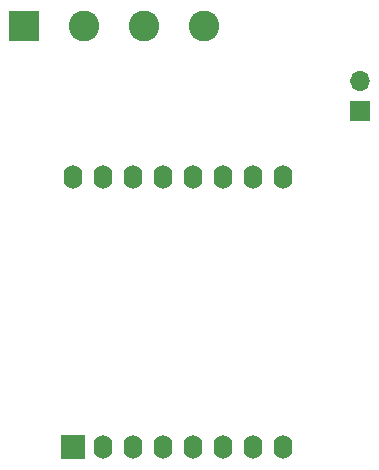
<source format=gbs>
G04 #@! TF.GenerationSoftware,KiCad,Pcbnew,6.0.11+dfsg-1*
G04 #@! TF.CreationDate,2023-05-14T21:59:00-06:00*
G04 #@! TF.ProjectId,dsc-arduino-interface,6473632d-6172-4647-9569-6e6f2d696e74,rev?*
G04 #@! TF.SameCoordinates,Original*
G04 #@! TF.FileFunction,Soldermask,Bot*
G04 #@! TF.FilePolarity,Negative*
%FSLAX46Y46*%
G04 Gerber Fmt 4.6, Leading zero omitted, Abs format (unit mm)*
G04 Created by KiCad (PCBNEW 6.0.11+dfsg-1) date 2023-05-14 21:59:00*
%MOMM*%
%LPD*%
G01*
G04 APERTURE LIST*
%ADD10R,2.000000X2.000000*%
%ADD11O,1.600000X2.000000*%
%ADD12C,2.600000*%
%ADD13R,2.600000X2.600000*%
%ADD14R,1.700000X1.700000*%
%ADD15O,1.700000X1.700000*%
G04 APERTURE END LIST*
D10*
X102110000Y-90745000D03*
D11*
X104650000Y-90745000D03*
X107190000Y-90745000D03*
X109730000Y-90745000D03*
X112270000Y-90745000D03*
X114810000Y-90745000D03*
X117350000Y-90745000D03*
X119890000Y-90745000D03*
X119890000Y-67885000D03*
X117350000Y-67885000D03*
X114810000Y-67885000D03*
X112270000Y-67885000D03*
X109730000Y-67885000D03*
X107190000Y-67885000D03*
X104650000Y-67885000D03*
X102110000Y-67885000D03*
D12*
X113220000Y-55105000D03*
X108140000Y-55105000D03*
X103060000Y-55105000D03*
D13*
X97980000Y-55105000D03*
D14*
X126400000Y-62275000D03*
D15*
X126400000Y-59735000D03*
M02*

</source>
